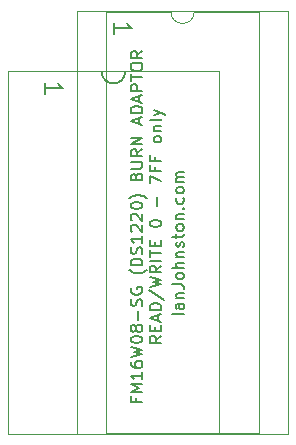
<source format=gbr>
%TF.GenerationSoftware,KiCad,Pcbnew,8.0.2*%
%TF.CreationDate,2024-05-26T11:00:14+01:00*%
%TF.ProjectId,FM16W08-3458A-Adaptor-to-AdaptorV1.0,464d3136-5730-4382-9d33-343538412d41,rev?*%
%TF.SameCoordinates,Original*%
%TF.FileFunction,Legend,Top*%
%TF.FilePolarity,Positive*%
%FSLAX46Y46*%
G04 Gerber Fmt 4.6, Leading zero omitted, Abs format (unit mm)*
G04 Created by KiCad (PCBNEW 8.0.2) date 2024-05-26 11:00:14*
%MOMM*%
%LPD*%
G01*
G04 APERTURE LIST*
%ADD10C,0.150000*%
%ADD11C,0.203200*%
%ADD12C,0.120000*%
%ADD13C,0.200000*%
G04 APERTURE END LIST*
D10*
X122805819Y-101908809D02*
X121805819Y-101908809D01*
X122805819Y-101004048D02*
X122282009Y-101004048D01*
X122282009Y-101004048D02*
X122186771Y-101051667D01*
X122186771Y-101051667D02*
X122139152Y-101146905D01*
X122139152Y-101146905D02*
X122139152Y-101337381D01*
X122139152Y-101337381D02*
X122186771Y-101432619D01*
X122758200Y-101004048D02*
X122805819Y-101099286D01*
X122805819Y-101099286D02*
X122805819Y-101337381D01*
X122805819Y-101337381D02*
X122758200Y-101432619D01*
X122758200Y-101432619D02*
X122662961Y-101480238D01*
X122662961Y-101480238D02*
X122567723Y-101480238D01*
X122567723Y-101480238D02*
X122472485Y-101432619D01*
X122472485Y-101432619D02*
X122424866Y-101337381D01*
X122424866Y-101337381D02*
X122424866Y-101099286D01*
X122424866Y-101099286D02*
X122377247Y-101004048D01*
X122139152Y-100527857D02*
X122805819Y-100527857D01*
X122234390Y-100527857D02*
X122186771Y-100480238D01*
X122186771Y-100480238D02*
X122139152Y-100385000D01*
X122139152Y-100385000D02*
X122139152Y-100242143D01*
X122139152Y-100242143D02*
X122186771Y-100146905D01*
X122186771Y-100146905D02*
X122282009Y-100099286D01*
X122282009Y-100099286D02*
X122805819Y-100099286D01*
X121805819Y-99337381D02*
X122520104Y-99337381D01*
X122520104Y-99337381D02*
X122662961Y-99385000D01*
X122662961Y-99385000D02*
X122758200Y-99480238D01*
X122758200Y-99480238D02*
X122805819Y-99623095D01*
X122805819Y-99623095D02*
X122805819Y-99718333D01*
X122805819Y-98718333D02*
X122758200Y-98813571D01*
X122758200Y-98813571D02*
X122710580Y-98861190D01*
X122710580Y-98861190D02*
X122615342Y-98908809D01*
X122615342Y-98908809D02*
X122329628Y-98908809D01*
X122329628Y-98908809D02*
X122234390Y-98861190D01*
X122234390Y-98861190D02*
X122186771Y-98813571D01*
X122186771Y-98813571D02*
X122139152Y-98718333D01*
X122139152Y-98718333D02*
X122139152Y-98575476D01*
X122139152Y-98575476D02*
X122186771Y-98480238D01*
X122186771Y-98480238D02*
X122234390Y-98432619D01*
X122234390Y-98432619D02*
X122329628Y-98385000D01*
X122329628Y-98385000D02*
X122615342Y-98385000D01*
X122615342Y-98385000D02*
X122710580Y-98432619D01*
X122710580Y-98432619D02*
X122758200Y-98480238D01*
X122758200Y-98480238D02*
X122805819Y-98575476D01*
X122805819Y-98575476D02*
X122805819Y-98718333D01*
X122805819Y-97956428D02*
X121805819Y-97956428D01*
X122805819Y-97527857D02*
X122282009Y-97527857D01*
X122282009Y-97527857D02*
X122186771Y-97575476D01*
X122186771Y-97575476D02*
X122139152Y-97670714D01*
X122139152Y-97670714D02*
X122139152Y-97813571D01*
X122139152Y-97813571D02*
X122186771Y-97908809D01*
X122186771Y-97908809D02*
X122234390Y-97956428D01*
X122139152Y-97051666D02*
X122805819Y-97051666D01*
X122234390Y-97051666D02*
X122186771Y-97004047D01*
X122186771Y-97004047D02*
X122139152Y-96908809D01*
X122139152Y-96908809D02*
X122139152Y-96765952D01*
X122139152Y-96765952D02*
X122186771Y-96670714D01*
X122186771Y-96670714D02*
X122282009Y-96623095D01*
X122282009Y-96623095D02*
X122805819Y-96623095D01*
X122758200Y-96194523D02*
X122805819Y-96099285D01*
X122805819Y-96099285D02*
X122805819Y-95908809D01*
X122805819Y-95908809D02*
X122758200Y-95813571D01*
X122758200Y-95813571D02*
X122662961Y-95765952D01*
X122662961Y-95765952D02*
X122615342Y-95765952D01*
X122615342Y-95765952D02*
X122520104Y-95813571D01*
X122520104Y-95813571D02*
X122472485Y-95908809D01*
X122472485Y-95908809D02*
X122472485Y-96051666D01*
X122472485Y-96051666D02*
X122424866Y-96146904D01*
X122424866Y-96146904D02*
X122329628Y-96194523D01*
X122329628Y-96194523D02*
X122282009Y-96194523D01*
X122282009Y-96194523D02*
X122186771Y-96146904D01*
X122186771Y-96146904D02*
X122139152Y-96051666D01*
X122139152Y-96051666D02*
X122139152Y-95908809D01*
X122139152Y-95908809D02*
X122186771Y-95813571D01*
X122139152Y-95480237D02*
X122139152Y-95099285D01*
X121805819Y-95337380D02*
X122662961Y-95337380D01*
X122662961Y-95337380D02*
X122758200Y-95289761D01*
X122758200Y-95289761D02*
X122805819Y-95194523D01*
X122805819Y-95194523D02*
X122805819Y-95099285D01*
X122805819Y-94623094D02*
X122758200Y-94718332D01*
X122758200Y-94718332D02*
X122710580Y-94765951D01*
X122710580Y-94765951D02*
X122615342Y-94813570D01*
X122615342Y-94813570D02*
X122329628Y-94813570D01*
X122329628Y-94813570D02*
X122234390Y-94765951D01*
X122234390Y-94765951D02*
X122186771Y-94718332D01*
X122186771Y-94718332D02*
X122139152Y-94623094D01*
X122139152Y-94623094D02*
X122139152Y-94480237D01*
X122139152Y-94480237D02*
X122186771Y-94384999D01*
X122186771Y-94384999D02*
X122234390Y-94337380D01*
X122234390Y-94337380D02*
X122329628Y-94289761D01*
X122329628Y-94289761D02*
X122615342Y-94289761D01*
X122615342Y-94289761D02*
X122710580Y-94337380D01*
X122710580Y-94337380D02*
X122758200Y-94384999D01*
X122758200Y-94384999D02*
X122805819Y-94480237D01*
X122805819Y-94480237D02*
X122805819Y-94623094D01*
X122139152Y-93861189D02*
X122805819Y-93861189D01*
X122234390Y-93861189D02*
X122186771Y-93813570D01*
X122186771Y-93813570D02*
X122139152Y-93718332D01*
X122139152Y-93718332D02*
X122139152Y-93575475D01*
X122139152Y-93575475D02*
X122186771Y-93480237D01*
X122186771Y-93480237D02*
X122282009Y-93432618D01*
X122282009Y-93432618D02*
X122805819Y-93432618D01*
X122710580Y-92956427D02*
X122758200Y-92908808D01*
X122758200Y-92908808D02*
X122805819Y-92956427D01*
X122805819Y-92956427D02*
X122758200Y-93004046D01*
X122758200Y-93004046D02*
X122710580Y-92956427D01*
X122710580Y-92956427D02*
X122805819Y-92956427D01*
X122758200Y-92051666D02*
X122805819Y-92146904D01*
X122805819Y-92146904D02*
X122805819Y-92337380D01*
X122805819Y-92337380D02*
X122758200Y-92432618D01*
X122758200Y-92432618D02*
X122710580Y-92480237D01*
X122710580Y-92480237D02*
X122615342Y-92527856D01*
X122615342Y-92527856D02*
X122329628Y-92527856D01*
X122329628Y-92527856D02*
X122234390Y-92480237D01*
X122234390Y-92480237D02*
X122186771Y-92432618D01*
X122186771Y-92432618D02*
X122139152Y-92337380D01*
X122139152Y-92337380D02*
X122139152Y-92146904D01*
X122139152Y-92146904D02*
X122186771Y-92051666D01*
X122805819Y-91480237D02*
X122758200Y-91575475D01*
X122758200Y-91575475D02*
X122710580Y-91623094D01*
X122710580Y-91623094D02*
X122615342Y-91670713D01*
X122615342Y-91670713D02*
X122329628Y-91670713D01*
X122329628Y-91670713D02*
X122234390Y-91623094D01*
X122234390Y-91623094D02*
X122186771Y-91575475D01*
X122186771Y-91575475D02*
X122139152Y-91480237D01*
X122139152Y-91480237D02*
X122139152Y-91337380D01*
X122139152Y-91337380D02*
X122186771Y-91242142D01*
X122186771Y-91242142D02*
X122234390Y-91194523D01*
X122234390Y-91194523D02*
X122329628Y-91146904D01*
X122329628Y-91146904D02*
X122615342Y-91146904D01*
X122615342Y-91146904D02*
X122710580Y-91194523D01*
X122710580Y-91194523D02*
X122758200Y-91242142D01*
X122758200Y-91242142D02*
X122805819Y-91337380D01*
X122805819Y-91337380D02*
X122805819Y-91480237D01*
X122805819Y-90718332D02*
X122139152Y-90718332D01*
X122234390Y-90718332D02*
X122186771Y-90670713D01*
X122186771Y-90670713D02*
X122139152Y-90575475D01*
X122139152Y-90575475D02*
X122139152Y-90432618D01*
X122139152Y-90432618D02*
X122186771Y-90337380D01*
X122186771Y-90337380D02*
X122282009Y-90289761D01*
X122282009Y-90289761D02*
X122805819Y-90289761D01*
X122282009Y-90289761D02*
X122186771Y-90242142D01*
X122186771Y-90242142D02*
X122139152Y-90146904D01*
X122139152Y-90146904D02*
X122139152Y-90004047D01*
X122139152Y-90004047D02*
X122186771Y-89908808D01*
X122186771Y-89908808D02*
X122282009Y-89861189D01*
X122282009Y-89861189D02*
X122805819Y-89861189D01*
X118767065Y-108988000D02*
X118767065Y-109321333D01*
X119290875Y-109321333D02*
X118290875Y-109321333D01*
X118290875Y-109321333D02*
X118290875Y-108845143D01*
X119290875Y-108464190D02*
X118290875Y-108464190D01*
X118290875Y-108464190D02*
X119005160Y-108130857D01*
X119005160Y-108130857D02*
X118290875Y-107797524D01*
X118290875Y-107797524D02*
X119290875Y-107797524D01*
X119290875Y-106797524D02*
X119290875Y-107368952D01*
X119290875Y-107083238D02*
X118290875Y-107083238D01*
X118290875Y-107083238D02*
X118433732Y-107178476D01*
X118433732Y-107178476D02*
X118528970Y-107273714D01*
X118528970Y-107273714D02*
X118576589Y-107368952D01*
X118290875Y-105940381D02*
X118290875Y-106130857D01*
X118290875Y-106130857D02*
X118338494Y-106226095D01*
X118338494Y-106226095D02*
X118386113Y-106273714D01*
X118386113Y-106273714D02*
X118528970Y-106368952D01*
X118528970Y-106368952D02*
X118719446Y-106416571D01*
X118719446Y-106416571D02*
X119100398Y-106416571D01*
X119100398Y-106416571D02*
X119195636Y-106368952D01*
X119195636Y-106368952D02*
X119243256Y-106321333D01*
X119243256Y-106321333D02*
X119290875Y-106226095D01*
X119290875Y-106226095D02*
X119290875Y-106035619D01*
X119290875Y-106035619D02*
X119243256Y-105940381D01*
X119243256Y-105940381D02*
X119195636Y-105892762D01*
X119195636Y-105892762D02*
X119100398Y-105845143D01*
X119100398Y-105845143D02*
X118862303Y-105845143D01*
X118862303Y-105845143D02*
X118767065Y-105892762D01*
X118767065Y-105892762D02*
X118719446Y-105940381D01*
X118719446Y-105940381D02*
X118671827Y-106035619D01*
X118671827Y-106035619D02*
X118671827Y-106226095D01*
X118671827Y-106226095D02*
X118719446Y-106321333D01*
X118719446Y-106321333D02*
X118767065Y-106368952D01*
X118767065Y-106368952D02*
X118862303Y-106416571D01*
X118290875Y-105511809D02*
X119290875Y-105273714D01*
X119290875Y-105273714D02*
X118576589Y-105083238D01*
X118576589Y-105083238D02*
X119290875Y-104892762D01*
X119290875Y-104892762D02*
X118290875Y-104654667D01*
X118290875Y-104083238D02*
X118290875Y-103988000D01*
X118290875Y-103988000D02*
X118338494Y-103892762D01*
X118338494Y-103892762D02*
X118386113Y-103845143D01*
X118386113Y-103845143D02*
X118481351Y-103797524D01*
X118481351Y-103797524D02*
X118671827Y-103749905D01*
X118671827Y-103749905D02*
X118909922Y-103749905D01*
X118909922Y-103749905D02*
X119100398Y-103797524D01*
X119100398Y-103797524D02*
X119195636Y-103845143D01*
X119195636Y-103845143D02*
X119243256Y-103892762D01*
X119243256Y-103892762D02*
X119290875Y-103988000D01*
X119290875Y-103988000D02*
X119290875Y-104083238D01*
X119290875Y-104083238D02*
X119243256Y-104178476D01*
X119243256Y-104178476D02*
X119195636Y-104226095D01*
X119195636Y-104226095D02*
X119100398Y-104273714D01*
X119100398Y-104273714D02*
X118909922Y-104321333D01*
X118909922Y-104321333D02*
X118671827Y-104321333D01*
X118671827Y-104321333D02*
X118481351Y-104273714D01*
X118481351Y-104273714D02*
X118386113Y-104226095D01*
X118386113Y-104226095D02*
X118338494Y-104178476D01*
X118338494Y-104178476D02*
X118290875Y-104083238D01*
X118719446Y-103178476D02*
X118671827Y-103273714D01*
X118671827Y-103273714D02*
X118624208Y-103321333D01*
X118624208Y-103321333D02*
X118528970Y-103368952D01*
X118528970Y-103368952D02*
X118481351Y-103368952D01*
X118481351Y-103368952D02*
X118386113Y-103321333D01*
X118386113Y-103321333D02*
X118338494Y-103273714D01*
X118338494Y-103273714D02*
X118290875Y-103178476D01*
X118290875Y-103178476D02*
X118290875Y-102988000D01*
X118290875Y-102988000D02*
X118338494Y-102892762D01*
X118338494Y-102892762D02*
X118386113Y-102845143D01*
X118386113Y-102845143D02*
X118481351Y-102797524D01*
X118481351Y-102797524D02*
X118528970Y-102797524D01*
X118528970Y-102797524D02*
X118624208Y-102845143D01*
X118624208Y-102845143D02*
X118671827Y-102892762D01*
X118671827Y-102892762D02*
X118719446Y-102988000D01*
X118719446Y-102988000D02*
X118719446Y-103178476D01*
X118719446Y-103178476D02*
X118767065Y-103273714D01*
X118767065Y-103273714D02*
X118814684Y-103321333D01*
X118814684Y-103321333D02*
X118909922Y-103368952D01*
X118909922Y-103368952D02*
X119100398Y-103368952D01*
X119100398Y-103368952D02*
X119195636Y-103321333D01*
X119195636Y-103321333D02*
X119243256Y-103273714D01*
X119243256Y-103273714D02*
X119290875Y-103178476D01*
X119290875Y-103178476D02*
X119290875Y-102988000D01*
X119290875Y-102988000D02*
X119243256Y-102892762D01*
X119243256Y-102892762D02*
X119195636Y-102845143D01*
X119195636Y-102845143D02*
X119100398Y-102797524D01*
X119100398Y-102797524D02*
X118909922Y-102797524D01*
X118909922Y-102797524D02*
X118814684Y-102845143D01*
X118814684Y-102845143D02*
X118767065Y-102892762D01*
X118767065Y-102892762D02*
X118719446Y-102988000D01*
X118909922Y-102368952D02*
X118909922Y-101607048D01*
X119243256Y-101178476D02*
X119290875Y-101035619D01*
X119290875Y-101035619D02*
X119290875Y-100797524D01*
X119290875Y-100797524D02*
X119243256Y-100702286D01*
X119243256Y-100702286D02*
X119195636Y-100654667D01*
X119195636Y-100654667D02*
X119100398Y-100607048D01*
X119100398Y-100607048D02*
X119005160Y-100607048D01*
X119005160Y-100607048D02*
X118909922Y-100654667D01*
X118909922Y-100654667D02*
X118862303Y-100702286D01*
X118862303Y-100702286D02*
X118814684Y-100797524D01*
X118814684Y-100797524D02*
X118767065Y-100988000D01*
X118767065Y-100988000D02*
X118719446Y-101083238D01*
X118719446Y-101083238D02*
X118671827Y-101130857D01*
X118671827Y-101130857D02*
X118576589Y-101178476D01*
X118576589Y-101178476D02*
X118481351Y-101178476D01*
X118481351Y-101178476D02*
X118386113Y-101130857D01*
X118386113Y-101130857D02*
X118338494Y-101083238D01*
X118338494Y-101083238D02*
X118290875Y-100988000D01*
X118290875Y-100988000D02*
X118290875Y-100749905D01*
X118290875Y-100749905D02*
X118338494Y-100607048D01*
X118338494Y-99654667D02*
X118290875Y-99749905D01*
X118290875Y-99749905D02*
X118290875Y-99892762D01*
X118290875Y-99892762D02*
X118338494Y-100035619D01*
X118338494Y-100035619D02*
X118433732Y-100130857D01*
X118433732Y-100130857D02*
X118528970Y-100178476D01*
X118528970Y-100178476D02*
X118719446Y-100226095D01*
X118719446Y-100226095D02*
X118862303Y-100226095D01*
X118862303Y-100226095D02*
X119052779Y-100178476D01*
X119052779Y-100178476D02*
X119148017Y-100130857D01*
X119148017Y-100130857D02*
X119243256Y-100035619D01*
X119243256Y-100035619D02*
X119290875Y-99892762D01*
X119290875Y-99892762D02*
X119290875Y-99797524D01*
X119290875Y-99797524D02*
X119243256Y-99654667D01*
X119243256Y-99654667D02*
X119195636Y-99607048D01*
X119195636Y-99607048D02*
X118862303Y-99607048D01*
X118862303Y-99607048D02*
X118862303Y-99797524D01*
X119671827Y-98130857D02*
X119624208Y-98178476D01*
X119624208Y-98178476D02*
X119481351Y-98273714D01*
X119481351Y-98273714D02*
X119386113Y-98321333D01*
X119386113Y-98321333D02*
X119243256Y-98368952D01*
X119243256Y-98368952D02*
X119005160Y-98416571D01*
X119005160Y-98416571D02*
X118814684Y-98416571D01*
X118814684Y-98416571D02*
X118576589Y-98368952D01*
X118576589Y-98368952D02*
X118433732Y-98321333D01*
X118433732Y-98321333D02*
X118338494Y-98273714D01*
X118338494Y-98273714D02*
X118195636Y-98178476D01*
X118195636Y-98178476D02*
X118148017Y-98130857D01*
X119290875Y-97749904D02*
X118290875Y-97749904D01*
X118290875Y-97749904D02*
X118290875Y-97511809D01*
X118290875Y-97511809D02*
X118338494Y-97368952D01*
X118338494Y-97368952D02*
X118433732Y-97273714D01*
X118433732Y-97273714D02*
X118528970Y-97226095D01*
X118528970Y-97226095D02*
X118719446Y-97178476D01*
X118719446Y-97178476D02*
X118862303Y-97178476D01*
X118862303Y-97178476D02*
X119052779Y-97226095D01*
X119052779Y-97226095D02*
X119148017Y-97273714D01*
X119148017Y-97273714D02*
X119243256Y-97368952D01*
X119243256Y-97368952D02*
X119290875Y-97511809D01*
X119290875Y-97511809D02*
X119290875Y-97749904D01*
X119243256Y-96797523D02*
X119290875Y-96654666D01*
X119290875Y-96654666D02*
X119290875Y-96416571D01*
X119290875Y-96416571D02*
X119243256Y-96321333D01*
X119243256Y-96321333D02*
X119195636Y-96273714D01*
X119195636Y-96273714D02*
X119100398Y-96226095D01*
X119100398Y-96226095D02*
X119005160Y-96226095D01*
X119005160Y-96226095D02*
X118909922Y-96273714D01*
X118909922Y-96273714D02*
X118862303Y-96321333D01*
X118862303Y-96321333D02*
X118814684Y-96416571D01*
X118814684Y-96416571D02*
X118767065Y-96607047D01*
X118767065Y-96607047D02*
X118719446Y-96702285D01*
X118719446Y-96702285D02*
X118671827Y-96749904D01*
X118671827Y-96749904D02*
X118576589Y-96797523D01*
X118576589Y-96797523D02*
X118481351Y-96797523D01*
X118481351Y-96797523D02*
X118386113Y-96749904D01*
X118386113Y-96749904D02*
X118338494Y-96702285D01*
X118338494Y-96702285D02*
X118290875Y-96607047D01*
X118290875Y-96607047D02*
X118290875Y-96368952D01*
X118290875Y-96368952D02*
X118338494Y-96226095D01*
X119290875Y-95273714D02*
X119290875Y-95845142D01*
X119290875Y-95559428D02*
X118290875Y-95559428D01*
X118290875Y-95559428D02*
X118433732Y-95654666D01*
X118433732Y-95654666D02*
X118528970Y-95749904D01*
X118528970Y-95749904D02*
X118576589Y-95845142D01*
X118386113Y-94892761D02*
X118338494Y-94845142D01*
X118338494Y-94845142D02*
X118290875Y-94749904D01*
X118290875Y-94749904D02*
X118290875Y-94511809D01*
X118290875Y-94511809D02*
X118338494Y-94416571D01*
X118338494Y-94416571D02*
X118386113Y-94368952D01*
X118386113Y-94368952D02*
X118481351Y-94321333D01*
X118481351Y-94321333D02*
X118576589Y-94321333D01*
X118576589Y-94321333D02*
X118719446Y-94368952D01*
X118719446Y-94368952D02*
X119290875Y-94940380D01*
X119290875Y-94940380D02*
X119290875Y-94321333D01*
X118386113Y-93940380D02*
X118338494Y-93892761D01*
X118338494Y-93892761D02*
X118290875Y-93797523D01*
X118290875Y-93797523D02*
X118290875Y-93559428D01*
X118290875Y-93559428D02*
X118338494Y-93464190D01*
X118338494Y-93464190D02*
X118386113Y-93416571D01*
X118386113Y-93416571D02*
X118481351Y-93368952D01*
X118481351Y-93368952D02*
X118576589Y-93368952D01*
X118576589Y-93368952D02*
X118719446Y-93416571D01*
X118719446Y-93416571D02*
X119290875Y-93987999D01*
X119290875Y-93987999D02*
X119290875Y-93368952D01*
X118290875Y-92749904D02*
X118290875Y-92654666D01*
X118290875Y-92654666D02*
X118338494Y-92559428D01*
X118338494Y-92559428D02*
X118386113Y-92511809D01*
X118386113Y-92511809D02*
X118481351Y-92464190D01*
X118481351Y-92464190D02*
X118671827Y-92416571D01*
X118671827Y-92416571D02*
X118909922Y-92416571D01*
X118909922Y-92416571D02*
X119100398Y-92464190D01*
X119100398Y-92464190D02*
X119195636Y-92511809D01*
X119195636Y-92511809D02*
X119243256Y-92559428D01*
X119243256Y-92559428D02*
X119290875Y-92654666D01*
X119290875Y-92654666D02*
X119290875Y-92749904D01*
X119290875Y-92749904D02*
X119243256Y-92845142D01*
X119243256Y-92845142D02*
X119195636Y-92892761D01*
X119195636Y-92892761D02*
X119100398Y-92940380D01*
X119100398Y-92940380D02*
X118909922Y-92987999D01*
X118909922Y-92987999D02*
X118671827Y-92987999D01*
X118671827Y-92987999D02*
X118481351Y-92940380D01*
X118481351Y-92940380D02*
X118386113Y-92892761D01*
X118386113Y-92892761D02*
X118338494Y-92845142D01*
X118338494Y-92845142D02*
X118290875Y-92749904D01*
X119671827Y-92083237D02*
X119624208Y-92035618D01*
X119624208Y-92035618D02*
X119481351Y-91940380D01*
X119481351Y-91940380D02*
X119386113Y-91892761D01*
X119386113Y-91892761D02*
X119243256Y-91845142D01*
X119243256Y-91845142D02*
X119005160Y-91797523D01*
X119005160Y-91797523D02*
X118814684Y-91797523D01*
X118814684Y-91797523D02*
X118576589Y-91845142D01*
X118576589Y-91845142D02*
X118433732Y-91892761D01*
X118433732Y-91892761D02*
X118338494Y-91940380D01*
X118338494Y-91940380D02*
X118195636Y-92035618D01*
X118195636Y-92035618D02*
X118148017Y-92083237D01*
X118767065Y-90226094D02*
X118814684Y-90083237D01*
X118814684Y-90083237D02*
X118862303Y-90035618D01*
X118862303Y-90035618D02*
X118957541Y-89987999D01*
X118957541Y-89987999D02*
X119100398Y-89987999D01*
X119100398Y-89987999D02*
X119195636Y-90035618D01*
X119195636Y-90035618D02*
X119243256Y-90083237D01*
X119243256Y-90083237D02*
X119290875Y-90178475D01*
X119290875Y-90178475D02*
X119290875Y-90559427D01*
X119290875Y-90559427D02*
X118290875Y-90559427D01*
X118290875Y-90559427D02*
X118290875Y-90226094D01*
X118290875Y-90226094D02*
X118338494Y-90130856D01*
X118338494Y-90130856D02*
X118386113Y-90083237D01*
X118386113Y-90083237D02*
X118481351Y-90035618D01*
X118481351Y-90035618D02*
X118576589Y-90035618D01*
X118576589Y-90035618D02*
X118671827Y-90083237D01*
X118671827Y-90083237D02*
X118719446Y-90130856D01*
X118719446Y-90130856D02*
X118767065Y-90226094D01*
X118767065Y-90226094D02*
X118767065Y-90559427D01*
X118290875Y-89559427D02*
X119100398Y-89559427D01*
X119100398Y-89559427D02*
X119195636Y-89511808D01*
X119195636Y-89511808D02*
X119243256Y-89464189D01*
X119243256Y-89464189D02*
X119290875Y-89368951D01*
X119290875Y-89368951D02*
X119290875Y-89178475D01*
X119290875Y-89178475D02*
X119243256Y-89083237D01*
X119243256Y-89083237D02*
X119195636Y-89035618D01*
X119195636Y-89035618D02*
X119100398Y-88987999D01*
X119100398Y-88987999D02*
X118290875Y-88987999D01*
X119290875Y-87940380D02*
X118814684Y-88273713D01*
X119290875Y-88511808D02*
X118290875Y-88511808D01*
X118290875Y-88511808D02*
X118290875Y-88130856D01*
X118290875Y-88130856D02*
X118338494Y-88035618D01*
X118338494Y-88035618D02*
X118386113Y-87987999D01*
X118386113Y-87987999D02*
X118481351Y-87940380D01*
X118481351Y-87940380D02*
X118624208Y-87940380D01*
X118624208Y-87940380D02*
X118719446Y-87987999D01*
X118719446Y-87987999D02*
X118767065Y-88035618D01*
X118767065Y-88035618D02*
X118814684Y-88130856D01*
X118814684Y-88130856D02*
X118814684Y-88511808D01*
X119290875Y-87511808D02*
X118290875Y-87511808D01*
X118290875Y-87511808D02*
X119290875Y-86940380D01*
X119290875Y-86940380D02*
X118290875Y-86940380D01*
X119005160Y-85749903D02*
X119005160Y-85273713D01*
X119290875Y-85845141D02*
X118290875Y-85511808D01*
X118290875Y-85511808D02*
X119290875Y-85178475D01*
X119290875Y-84845141D02*
X118290875Y-84845141D01*
X118290875Y-84845141D02*
X118290875Y-84607046D01*
X118290875Y-84607046D02*
X118338494Y-84464189D01*
X118338494Y-84464189D02*
X118433732Y-84368951D01*
X118433732Y-84368951D02*
X118528970Y-84321332D01*
X118528970Y-84321332D02*
X118719446Y-84273713D01*
X118719446Y-84273713D02*
X118862303Y-84273713D01*
X118862303Y-84273713D02*
X119052779Y-84321332D01*
X119052779Y-84321332D02*
X119148017Y-84368951D01*
X119148017Y-84368951D02*
X119243256Y-84464189D01*
X119243256Y-84464189D02*
X119290875Y-84607046D01*
X119290875Y-84607046D02*
X119290875Y-84845141D01*
X119005160Y-83892760D02*
X119005160Y-83416570D01*
X119290875Y-83987998D02*
X118290875Y-83654665D01*
X118290875Y-83654665D02*
X119290875Y-83321332D01*
X119290875Y-82987998D02*
X118290875Y-82987998D01*
X118290875Y-82987998D02*
X118290875Y-82607046D01*
X118290875Y-82607046D02*
X118338494Y-82511808D01*
X118338494Y-82511808D02*
X118386113Y-82464189D01*
X118386113Y-82464189D02*
X118481351Y-82416570D01*
X118481351Y-82416570D02*
X118624208Y-82416570D01*
X118624208Y-82416570D02*
X118719446Y-82464189D01*
X118719446Y-82464189D02*
X118767065Y-82511808D01*
X118767065Y-82511808D02*
X118814684Y-82607046D01*
X118814684Y-82607046D02*
X118814684Y-82987998D01*
X118290875Y-82130855D02*
X118290875Y-81559427D01*
X119290875Y-81845141D02*
X118290875Y-81845141D01*
X118290875Y-81035617D02*
X118290875Y-80845141D01*
X118290875Y-80845141D02*
X118338494Y-80749903D01*
X118338494Y-80749903D02*
X118433732Y-80654665D01*
X118433732Y-80654665D02*
X118624208Y-80607046D01*
X118624208Y-80607046D02*
X118957541Y-80607046D01*
X118957541Y-80607046D02*
X119148017Y-80654665D01*
X119148017Y-80654665D02*
X119243256Y-80749903D01*
X119243256Y-80749903D02*
X119290875Y-80845141D01*
X119290875Y-80845141D02*
X119290875Y-81035617D01*
X119290875Y-81035617D02*
X119243256Y-81130855D01*
X119243256Y-81130855D02*
X119148017Y-81226093D01*
X119148017Y-81226093D02*
X118957541Y-81273712D01*
X118957541Y-81273712D02*
X118624208Y-81273712D01*
X118624208Y-81273712D02*
X118433732Y-81226093D01*
X118433732Y-81226093D02*
X118338494Y-81130855D01*
X118338494Y-81130855D02*
X118290875Y-81035617D01*
X119290875Y-79607046D02*
X118814684Y-79940379D01*
X119290875Y-80178474D02*
X118290875Y-80178474D01*
X118290875Y-80178474D02*
X118290875Y-79797522D01*
X118290875Y-79797522D02*
X118338494Y-79702284D01*
X118338494Y-79702284D02*
X118386113Y-79654665D01*
X118386113Y-79654665D02*
X118481351Y-79607046D01*
X118481351Y-79607046D02*
X118624208Y-79607046D01*
X118624208Y-79607046D02*
X118719446Y-79654665D01*
X118719446Y-79654665D02*
X118767065Y-79702284D01*
X118767065Y-79702284D02*
X118814684Y-79797522D01*
X118814684Y-79797522D02*
X118814684Y-80178474D01*
X120900819Y-103726096D02*
X120424628Y-104059429D01*
X120900819Y-104297524D02*
X119900819Y-104297524D01*
X119900819Y-104297524D02*
X119900819Y-103916572D01*
X119900819Y-103916572D02*
X119948438Y-103821334D01*
X119948438Y-103821334D02*
X119996057Y-103773715D01*
X119996057Y-103773715D02*
X120091295Y-103726096D01*
X120091295Y-103726096D02*
X120234152Y-103726096D01*
X120234152Y-103726096D02*
X120329390Y-103773715D01*
X120329390Y-103773715D02*
X120377009Y-103821334D01*
X120377009Y-103821334D02*
X120424628Y-103916572D01*
X120424628Y-103916572D02*
X120424628Y-104297524D01*
X120377009Y-103297524D02*
X120377009Y-102964191D01*
X120900819Y-102821334D02*
X120900819Y-103297524D01*
X120900819Y-103297524D02*
X119900819Y-103297524D01*
X119900819Y-103297524D02*
X119900819Y-102821334D01*
X120615104Y-102440381D02*
X120615104Y-101964191D01*
X120900819Y-102535619D02*
X119900819Y-102202286D01*
X119900819Y-102202286D02*
X120900819Y-101868953D01*
X120900819Y-101535619D02*
X119900819Y-101535619D01*
X119900819Y-101535619D02*
X119900819Y-101297524D01*
X119900819Y-101297524D02*
X119948438Y-101154667D01*
X119948438Y-101154667D02*
X120043676Y-101059429D01*
X120043676Y-101059429D02*
X120138914Y-101011810D01*
X120138914Y-101011810D02*
X120329390Y-100964191D01*
X120329390Y-100964191D02*
X120472247Y-100964191D01*
X120472247Y-100964191D02*
X120662723Y-101011810D01*
X120662723Y-101011810D02*
X120757961Y-101059429D01*
X120757961Y-101059429D02*
X120853200Y-101154667D01*
X120853200Y-101154667D02*
X120900819Y-101297524D01*
X120900819Y-101297524D02*
X120900819Y-101535619D01*
X119853200Y-99821334D02*
X121138914Y-100678476D01*
X119900819Y-99583238D02*
X120900819Y-99345143D01*
X120900819Y-99345143D02*
X120186533Y-99154667D01*
X120186533Y-99154667D02*
X120900819Y-98964191D01*
X120900819Y-98964191D02*
X119900819Y-98726096D01*
X120900819Y-97773715D02*
X120424628Y-98107048D01*
X120900819Y-98345143D02*
X119900819Y-98345143D01*
X119900819Y-98345143D02*
X119900819Y-97964191D01*
X119900819Y-97964191D02*
X119948438Y-97868953D01*
X119948438Y-97868953D02*
X119996057Y-97821334D01*
X119996057Y-97821334D02*
X120091295Y-97773715D01*
X120091295Y-97773715D02*
X120234152Y-97773715D01*
X120234152Y-97773715D02*
X120329390Y-97821334D01*
X120329390Y-97821334D02*
X120377009Y-97868953D01*
X120377009Y-97868953D02*
X120424628Y-97964191D01*
X120424628Y-97964191D02*
X120424628Y-98345143D01*
X120900819Y-97345143D02*
X119900819Y-97345143D01*
X119900819Y-97011810D02*
X119900819Y-96440382D01*
X120900819Y-96726096D02*
X119900819Y-96726096D01*
X120377009Y-96107048D02*
X120377009Y-95773715D01*
X120900819Y-95630858D02*
X120900819Y-96107048D01*
X120900819Y-96107048D02*
X119900819Y-96107048D01*
X119900819Y-96107048D02*
X119900819Y-95630858D01*
X119900819Y-94249905D02*
X119900819Y-94154667D01*
X119900819Y-94154667D02*
X119948438Y-94059429D01*
X119948438Y-94059429D02*
X119996057Y-94011810D01*
X119996057Y-94011810D02*
X120091295Y-93964191D01*
X120091295Y-93964191D02*
X120281771Y-93916572D01*
X120281771Y-93916572D02*
X120519866Y-93916572D01*
X120519866Y-93916572D02*
X120710342Y-93964191D01*
X120710342Y-93964191D02*
X120805580Y-94011810D01*
X120805580Y-94011810D02*
X120853200Y-94059429D01*
X120853200Y-94059429D02*
X120900819Y-94154667D01*
X120900819Y-94154667D02*
X120900819Y-94249905D01*
X120900819Y-94249905D02*
X120853200Y-94345143D01*
X120853200Y-94345143D02*
X120805580Y-94392762D01*
X120805580Y-94392762D02*
X120710342Y-94440381D01*
X120710342Y-94440381D02*
X120519866Y-94488000D01*
X120519866Y-94488000D02*
X120281771Y-94488000D01*
X120281771Y-94488000D02*
X120091295Y-94440381D01*
X120091295Y-94440381D02*
X119996057Y-94392762D01*
X119996057Y-94392762D02*
X119948438Y-94345143D01*
X119948438Y-94345143D02*
X119900819Y-94249905D01*
X120519866Y-92726095D02*
X120519866Y-91964191D01*
X119900819Y-90821333D02*
X119900819Y-90154667D01*
X119900819Y-90154667D02*
X120900819Y-90583238D01*
X120377009Y-89440381D02*
X120377009Y-89773714D01*
X120900819Y-89773714D02*
X119900819Y-89773714D01*
X119900819Y-89773714D02*
X119900819Y-89297524D01*
X120377009Y-88583238D02*
X120377009Y-88916571D01*
X120900819Y-88916571D02*
X119900819Y-88916571D01*
X119900819Y-88916571D02*
X119900819Y-88440381D01*
X120900819Y-87154666D02*
X120853200Y-87249904D01*
X120853200Y-87249904D02*
X120805580Y-87297523D01*
X120805580Y-87297523D02*
X120710342Y-87345142D01*
X120710342Y-87345142D02*
X120424628Y-87345142D01*
X120424628Y-87345142D02*
X120329390Y-87297523D01*
X120329390Y-87297523D02*
X120281771Y-87249904D01*
X120281771Y-87249904D02*
X120234152Y-87154666D01*
X120234152Y-87154666D02*
X120234152Y-87011809D01*
X120234152Y-87011809D02*
X120281771Y-86916571D01*
X120281771Y-86916571D02*
X120329390Y-86868952D01*
X120329390Y-86868952D02*
X120424628Y-86821333D01*
X120424628Y-86821333D02*
X120710342Y-86821333D01*
X120710342Y-86821333D02*
X120805580Y-86868952D01*
X120805580Y-86868952D02*
X120853200Y-86916571D01*
X120853200Y-86916571D02*
X120900819Y-87011809D01*
X120900819Y-87011809D02*
X120900819Y-87154666D01*
X120234152Y-86392761D02*
X120900819Y-86392761D01*
X120329390Y-86392761D02*
X120281771Y-86345142D01*
X120281771Y-86345142D02*
X120234152Y-86249904D01*
X120234152Y-86249904D02*
X120234152Y-86107047D01*
X120234152Y-86107047D02*
X120281771Y-86011809D01*
X120281771Y-86011809D02*
X120377009Y-85964190D01*
X120377009Y-85964190D02*
X120900819Y-85964190D01*
X120900819Y-85345142D02*
X120853200Y-85440380D01*
X120853200Y-85440380D02*
X120757961Y-85487999D01*
X120757961Y-85487999D02*
X119900819Y-85487999D01*
X120234152Y-85059427D02*
X120900819Y-84821332D01*
X120234152Y-84583237D02*
X120900819Y-84821332D01*
X120900819Y-84821332D02*
X121138914Y-84916570D01*
X121138914Y-84916570D02*
X121186533Y-84964189D01*
X121186533Y-84964189D02*
X121234152Y-85059427D01*
D11*
X116910075Y-78129826D02*
X116910075Y-77258969D01*
X116910075Y-77694398D02*
X118434075Y-77694398D01*
X118434075Y-77694398D02*
X118216361Y-77549255D01*
X118216361Y-77549255D02*
X118071218Y-77404112D01*
X118071218Y-77404112D02*
X117998647Y-77258969D01*
X111068075Y-83209826D02*
X111068075Y-82338969D01*
X111068075Y-82774398D02*
X112592075Y-82774398D01*
X112592075Y-82774398D02*
X112374361Y-82629255D01*
X112374361Y-82629255D02*
X112229218Y-82484112D01*
X112229218Y-82484112D02*
X112156647Y-82338969D01*
D12*
%TO.C,SOCKET2*%
X113732000Y-76207000D02*
X113732000Y-112007000D01*
X113732000Y-112007000D02*
X131632000Y-112007000D01*
X116222000Y-76267000D02*
X116222000Y-111947000D01*
X116222000Y-111947000D02*
X129142000Y-111947000D01*
X121682000Y-76267000D02*
X116222000Y-76267000D01*
X129142000Y-76267000D02*
X123682000Y-76267000D01*
X129142000Y-111947000D02*
X129142000Y-76267000D01*
X131632000Y-76207000D02*
X113732000Y-76207000D01*
X131632000Y-112007000D02*
X131632000Y-76207000D01*
X123682000Y-76267000D02*
G75*
G02*
X121682000Y-76267000I-1000000J0D01*
G01*
%TO.C,SOCKET1*%
X107885000Y-81282000D02*
X107885000Y-112002000D01*
X107885000Y-112002000D02*
X125785000Y-112002000D01*
X123295000Y-81342000D02*
X117835000Y-81342000D01*
X125785000Y-81282000D02*
X107885000Y-81282000D01*
X125785000Y-112002000D02*
X125785000Y-81282000D01*
D13*
X117835000Y-81342000D02*
G75*
G02*
X115835000Y-81342000I-1000000J0D01*
G01*
%TD*%
M02*

</source>
